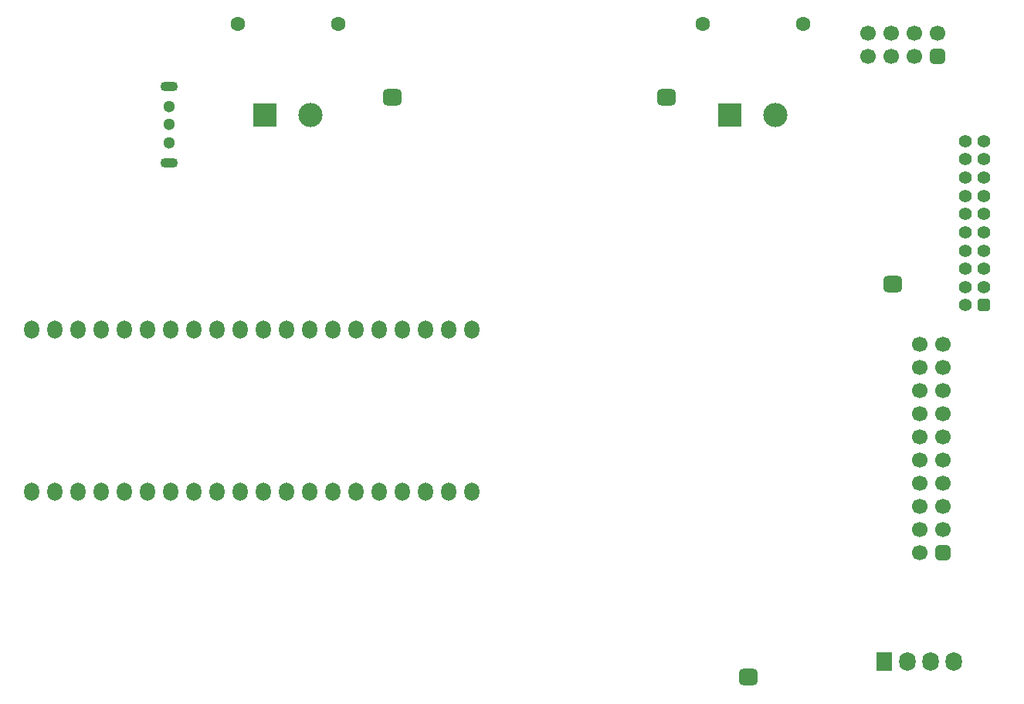
<source format=gbs>
G04*
G04 #@! TF.GenerationSoftware,Altium Limited,Altium Designer,23.3.1 (30)*
G04*
G04 Layer_Color=16711935*
%FSLAX44Y44*%
%MOMM*%
G71*
G04*
G04 #@! TF.SameCoordinates,CE036B66-C370-4B77-A0BB-D4AF881507E5*
G04*
G04*
G04 #@! TF.FilePolarity,Negative*
G04*
G01*
G75*
%ADD50O,1.8000X2.1000*%
%ADD51R,1.8000X2.1000*%
%ADD52C,1.7000*%
G04:AMPARAMS|DCode=53|XSize=1.7mm|YSize=1.7mm|CornerRadius=0.45mm|HoleSize=0mm|Usage=FLASHONLY|Rotation=180.000|XOffset=0mm|YOffset=0mm|HoleType=Round|Shape=RoundedRectangle|*
%AMROUNDEDRECTD53*
21,1,1.7000,0.8000,0,0,180.0*
21,1,0.8000,1.7000,0,0,180.0*
1,1,0.9000,-0.4000,0.4000*
1,1,0.9000,0.4000,0.4000*
1,1,0.9000,0.4000,-0.4000*
1,1,0.9000,-0.4000,-0.4000*
%
%ADD53ROUNDEDRECTD53*%
%ADD54C,0.1000*%
G04:AMPARAMS|DCode=55|XSize=1.8mm|YSize=2.1mm|CornerRadius=0.475mm|HoleSize=0mm|Usage=FLASHONLY|Rotation=90.000|XOffset=0mm|YOffset=0mm|HoleType=Round|Shape=RoundedRectangle|*
%AMROUNDEDRECTD55*
21,1,1.8000,1.1500,0,0,90.0*
21,1,0.8500,2.1000,0,0,90.0*
1,1,0.9500,0.5750,0.4250*
1,1,0.9500,0.5750,-0.4250*
1,1,0.9500,-0.5750,-0.4250*
1,1,0.9500,-0.5750,0.4250*
%
%ADD55ROUNDEDRECTD55*%
%ADD56C,1.4000*%
G04:AMPARAMS|DCode=57|XSize=1.4mm|YSize=1.4mm|CornerRadius=0.375mm|HoleSize=0mm|Usage=FLASHONLY|Rotation=90.000|XOffset=0mm|YOffset=0mm|HoleType=Round|Shape=RoundedRectangle|*
%AMROUNDEDRECTD57*
21,1,1.4000,0.6500,0,0,90.0*
21,1,0.6500,1.4000,0,0,90.0*
1,1,0.7500,0.3250,0.3250*
1,1,0.7500,0.3250,-0.3250*
1,1,0.7500,-0.3250,-0.3250*
1,1,0.7500,-0.3250,0.3250*
%
%ADD57ROUNDEDRECTD57*%
G04:AMPARAMS|DCode=58|XSize=1.7mm|YSize=1.7mm|CornerRadius=0.45mm|HoleSize=0mm|Usage=FLASHONLY|Rotation=90.000|XOffset=0mm|YOffset=0mm|HoleType=Round|Shape=RoundedRectangle|*
%AMROUNDEDRECTD58*
21,1,1.7000,0.8000,0,0,90.0*
21,1,0.8000,1.7000,0,0,90.0*
1,1,0.9000,0.4000,0.4000*
1,1,0.9000,0.4000,-0.4000*
1,1,0.9000,-0.4000,-0.4000*
1,1,0.9000,-0.4000,0.4000*
%
%ADD58ROUNDEDRECTD58*%
%ADD59C,1.6080*%
%ADD60C,2.6500*%
%ADD61R,2.6500X2.6500*%
%ADD62O,1.9000X1.1000*%
%ADD63C,1.3000*%
%ADD64O,1.6240X2.0050*%
D50*
X1010000Y40500D02*
D03*
X984600D02*
D03*
X1035400D02*
D03*
D51*
X959200D02*
D03*
D52*
X940900Y729700D02*
D03*
Y704300D02*
D03*
X966300Y729700D02*
D03*
Y704300D02*
D03*
X991700Y729700D02*
D03*
Y704300D02*
D03*
X1017100Y729700D02*
D03*
X997500Y388600D02*
D03*
X1022900D02*
D03*
X997500Y363200D02*
D03*
X1022900D02*
D03*
X997500Y337800D02*
D03*
X1022900D02*
D03*
X997500Y312400D02*
D03*
X1022900D02*
D03*
X997500Y287000D02*
D03*
X1022900D02*
D03*
X997500Y261600D02*
D03*
X1022900D02*
D03*
X997500Y236200D02*
D03*
X1022900D02*
D03*
X997500Y210800D02*
D03*
X1022900D02*
D03*
X997500Y185400D02*
D03*
X1022900D02*
D03*
X997500Y160000D02*
D03*
D53*
X1017100Y704300D02*
D03*
D54*
X1085000Y735000D02*
D03*
Y35000D02*
D03*
X35000D02*
D03*
Y735000D02*
D03*
D55*
X968000Y455000D02*
D03*
X810000Y24000D02*
D03*
X720000Y660000D02*
D03*
X420000D02*
D03*
D56*
X1048200Y611650D02*
D03*
X1068200D02*
D03*
X1048200Y591650D02*
D03*
X1068200D02*
D03*
X1048200Y571650D02*
D03*
X1068200D02*
D03*
X1048200Y551650D02*
D03*
X1068200D02*
D03*
X1048200Y531650D02*
D03*
X1068200D02*
D03*
X1048200Y511650D02*
D03*
X1068200D02*
D03*
X1048200Y491650D02*
D03*
X1068200D02*
D03*
X1048200Y471650D02*
D03*
X1068200D02*
D03*
X1048200Y451650D02*
D03*
X1068200D02*
D03*
X1048200Y431650D02*
D03*
D57*
X1068200D02*
D03*
D58*
X1022900Y160000D02*
D03*
D59*
X760000Y740500D02*
D03*
X870000D02*
D03*
X360000D02*
D03*
X250000D02*
D03*
D60*
X840000Y640500D02*
D03*
X330000D02*
D03*
D61*
X790000D02*
D03*
X280000D02*
D03*
D62*
X175000Y588000D02*
D03*
Y672000D02*
D03*
D63*
Y610000D02*
D03*
Y650000D02*
D03*
Y630000D02*
D03*
D64*
X507000Y405000D02*
D03*
X481600D02*
D03*
X456200D02*
D03*
X430800D02*
D03*
X405400D02*
D03*
X380000D02*
D03*
X354600D02*
D03*
X329200D02*
D03*
X303800D02*
D03*
X278400D02*
D03*
X253000D02*
D03*
X227600D02*
D03*
X202200D02*
D03*
X176800D02*
D03*
X151400D02*
D03*
X126000D02*
D03*
X100600D02*
D03*
X75200D02*
D03*
X49800D02*
D03*
X24400D02*
D03*
X507000Y227200D02*
D03*
X481600D02*
D03*
X456200D02*
D03*
X430800D02*
D03*
X405400D02*
D03*
X380000D02*
D03*
X354600D02*
D03*
X329200D02*
D03*
X303800D02*
D03*
X278400D02*
D03*
X253000D02*
D03*
X227600D02*
D03*
X202200D02*
D03*
X176800D02*
D03*
X151400D02*
D03*
X126000D02*
D03*
X100600D02*
D03*
X75200D02*
D03*
X49800D02*
D03*
X24400D02*
D03*
M02*

</source>
